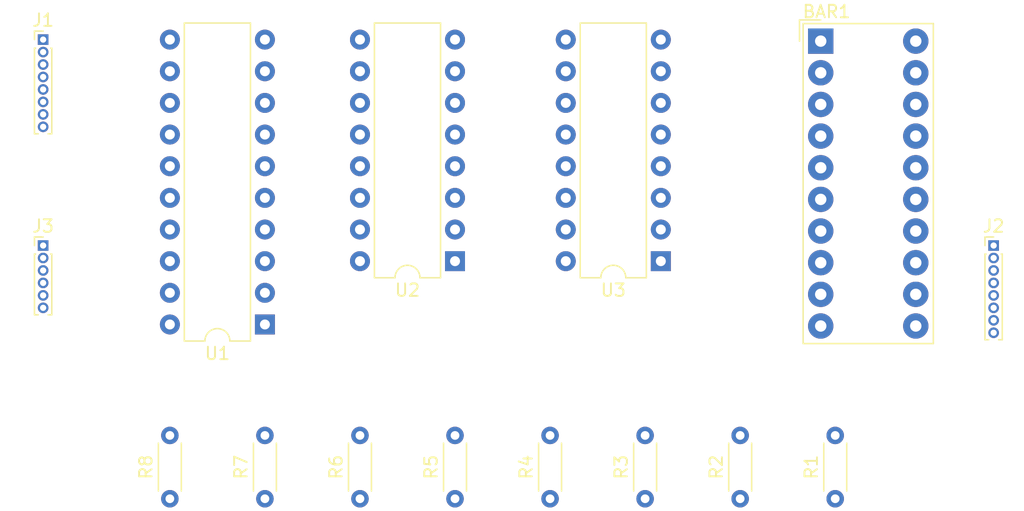
<source format=kicad_pcb>
(kicad_pcb (version 20211014) (generator pcbnew)
  (layers (0 "F.Cu" signal) (31 "B.Cu" signal) (34 "B.Paste" user) (35 "F.Paste" user) (36 "B.SilkS" user "B.Silkscreen") (37 "F.SilkS" user "F.Silkscreen") (38 "B.Mask" user) (39 "F.Mask" user) (44 "Edge.Cuts" user))
  (net 0 "")
  (net 1 "Net-(J1-Pad1)")
  (net 2 "Net-(J1-Pad2)")
  (net 3 "Net-(J1-Pad3)")
  (net 4 "Net-(J1-Pad4)")
  (net 5 "Net-(J1-Pad5)")
  (net 6 "Net-(J1-Pad6)")
  (net 7 "Net-(J1-Pad7)")
  (net 8 "Net-(J1-Pad8)")
  (net 9 "VCC")
  (net 10 "Net-(J3-Pad2)")
  (net 11 "Net-(J3-Pad3)")
  (net 12 "Net-(J3-Pad4)")
  (net 13 "Net-(J3-Pad5)")
  (net 14 "Earth")
  (net 15 "Net-(BAR1-Pad1)")
  (net 16 "Net-(BAR1-Pad2)")
  (net 17 "Net-(BAR1-Pad3)")
  (net 22 "Net-(BAR1-Pad13)")
  (net 23 "Net-(BAR1-Pad14)")
  (net 24 "Net-(BAR1-Pad15)")
  (net 25 "Net-(BAR1-Pad16)")
  (net 26 "Net-(BAR1-Pad17)")
  (net 27 "Net-(BAR1-Pad18)")
  (net 28 "Net-(BAR1-Pad19)")
  (net 29 "Net-(BAR1-Pad20)")
  (footprint "Package_DIP:DIP-16_W7.62mm" (layer "F.Cu") (at 162.54 87.625 180)
    (fp_text reference "U3" (at 3.81 -2.33 180) (layer "F.SilkS"))
    (fp_text value "74LS173")
    (fp_line (start 1.16 -1.33) (end 1.16 19.11) (layer "F.SilkS") (width 0.12))
    (fp_line (start 6.46 -1.33) (end 4.81 -1.33) (layer "F.SilkS") (width 0.12))
    (fp_line (start 6.46 19.11) (end 6.46 -1.33) (layer "F.SilkS") (width 0.12))
    (fp_line (start 1.16 19.11) (end 6.46 19.11) (layer "F.SilkS") (width 0.12))
    (fp_line (start 2.81 -1.33) (end 1.16 -1.33) (layer "F.SilkS") (width 0.12))
    (fp_arc (start 4.81 -1.33) (mid 3.81 -0.33) (end 2.81 -1.33) (layer "F.SilkS") (width 0.12))
    (pad "1" thru_hole rect (at 0 0 180) (size 1.6 1.6) (drill 0.8) (layers *.Cu *.Mask) (net 14 "Earth"))
    (pad "2" thru_hole oval (at 0 2.54 180) (size 1.6 1.6) (drill 0.8) (layers *.Cu *.Mask) (net 14 "Earth"))
    (pad "3" thru_hole oval (at 0 5.08 180) (size 1.6 1.6) (drill 0.8) (layers *.Cu *.Mask) (net 15 "Net-(BAR1-Pad1)"))
    (pad "4" thru_hole oval (at 0 7.62 180) (size 1.6 1.6) (drill 0.8) (layers *.Cu *.Mask) (net 17 "Net-(BAR1-Pad3)"))
    (pad "5" thru_hole oval (at 0 10.16 180) (size 1.6 1.6) (drill 0.8) (layers *.Cu *.Mask) (net 16 "Net-(BAR1-Pad2)"))
    (pad "6" thru_hole oval (at 0 12.7 180) (size 1.6 1.6) (drill 0.8) (layers *.Cu *.Mask) (net 15 "Net-(BAR1-Pad1)"))
    (pad "7" thru_hole oval (at 0 15.24 180) (size 1.6 1.6) (drill 0.8) (layers *.Cu *.Mask) (net 10 "Net-(J3-Pad2)"))
    (pad "8" thru_hole oval (at 0 17.78 180) (size 1.6 1.6) (drill 0.8) (layers *.Cu *.Mask) (net 14 "Earth"))
    (pad "9" thru_hole oval (at 7.62 17.78 180) (size 1.6 1.6) (drill 0.8) (layers *.Cu *.Mask) (net 11 "Net-(J3-Pad3)"))
    (pad "10" thru_hole oval (at 7.62 15.24 180) (size 1.6 1.6) (drill 0.8) (layers *.Cu *.Mask) (net 11 "Net-(J3-Pad3)"))
    (pad "11" thru_hole oval (at 7.62 12.7 180) (size 1.6 1.6) (drill 0.8) (layers *.Cu *.Mask) (net 1 "Net-(J1-Pad1)"))
    (pad "12" thru_hole oval (at 7.62 10.16 180) (size 1.6 1.6) (drill 0.8) (layers *.Cu *.Mask) (net 2 "Net-(J1-Pad2)"))
    (pad "13" thru_hole oval (at 7.62 7.62 180) (size 1.6 1.6) (drill 0.8) (layers *.Cu *.Mask) (net 3 "Net-(J1-Pad3)"))
    (pad "14" thru_hole oval (at 7.62 5.08 180) (size 1.6 1.6) (drill 0.8) (layers *.Cu *.Mask) (net 4 "Net-(J1-Pad4)"))
    (pad "15" thru_hole oval (at 7.62 2.54 180) (size 1.6 1.6) (drill 0.8) (layers *.Cu *.Mask) (net 12 "Net-(J3-Pad4)"))
    (pad "16" thru_hole oval (at 7.62 0 180) (size 1.6 1.6) (drill 0.8) (layers *.Cu *.Mask) (net 9 "VCC"))
  )
  (footprint "Connector_PinHeader_1.00mm:PinHeader_1x06_P1.00mm_Vertical" (layer "F.Cu") (at 113.02 86.37)
    (fp_text reference "J3" (at 0 -1.56) (layer "F.SilkS"))
    (fp_text value "Con")
    (fp_line (start -0.695 5.56) (end -0.394493 5.56) (layer "F.SilkS") (width 0.12))
    (fp_line (start 0.394493 5.56) (end 0.695 5.56) (layer "F.SilkS") (width 0.12))
    (fp_line (start -0.695 0.685) (end -0.695 5.56) (layer "F.SilkS") (width 0.12))
    (fp_line (start 0.695 0.685) (end 0.695 5.56) (layer "F.SilkS") (width 0.12))
    (fp_line (start -0.695 0) (end -0.695 -0.685) (layer "F.SilkS") (width 0.12))
    (fp_line (start -0.695 0.685) (end -0.608276 0.685) (layer "F.SilkS") (width 0.12))
    (fp_line (start -0.695 -0.685) (end 0 -0.685) (layer "F.SilkS") (width 0.12))
    (fp_line (start 0.608276 0.685) (end 0.695 0.685) (layer "F.SilkS") (width 0.12))
    (pad "1" thru_hole rect (at 0 0) (size 0.85 0.85) (drill 0.5) (layers *.Cu *.Mask) (net 9 "VCC"))
    (pad "2" thru_hole oval (at 0 1) (size 0.85 0.85) (drill 0.5) (layers *.Cu *.Mask) (net 10 "Net-(J3-Pad2)"))
    (pad "3" thru_hole oval (at 0 2) (size 0.85 0.85) (drill 0.5) (layers *.Cu *.Mask) (net 11 "Net-(J3-Pad3)"))
    (pad "4" thru_hole oval (at 0 3) (size 0.85 0.85) (drill 0.5) (layers *.Cu *.Mask) (net 12 "Net-(J3-Pad4)"))
    (pad "5" thru_hole oval (at 0 4) (size 0.85 0.85) (drill 0.5) (layers *.Cu *.Mask) (net 13 "Net-(J3-Pad5)"))
    (pad "6" thru_hole oval (at 0 5) (size 0.85 0.85) (drill 0.5) (layers *.Cu *.Mask) (net 14 "Earth"))
  )
  (footprint "Resistor_THT:R_Axial_DIN0204_L3.6mm_D1.6mm_P5.08mm_Horizontal" (layer "F.Cu") (at 123.18 106.69 90)
    (fp_text reference "R8" (at 2.54 -1.92 90) (layer "F.SilkS"))
    (fp_text value "220")
    (fp_line (start 0.62 -0.92) (end 4.46 -0.92) (layer "F.SilkS") (width 0.12))
    (fp_line (start 0.62 0.92) (end 4.46 0.92) (layer "F.SilkS") (width 0.12))
    (pad "1" thru_hole circle (at 0 0 90) (size 1.4 1.4) (drill 0.7) (layers *.Cu *.Mask) (net 14 "Earth"))
    (pad "2" thru_hole oval (at 5.08 0 90) (size 1.4 1.4) (drill 0.7) (layers *.Cu *.Mask) (net 29 "Net-(BAR1-Pad20)"))
  )
  (footprint "Resistor_THT:R_Axial_DIN0204_L3.6mm_D1.6mm_P5.08mm_Horizontal" (layer "F.Cu") (at 130.8 106.69 90)
    (fp_text reference "R7" (at 2.54 -1.92 90) (layer "F.SilkS"))
    (fp_text value "220")
    (fp_line (start 0.62 -0.92) (end 4.46 -0.92) (layer "F.SilkS") (width 0.12))
    (fp_line (start 0.62 0.92) (end 4.46 0.92) (layer "F.SilkS") (width 0.12))
    (pad "1" thru_hole circle (at 0 0 90) (size 1.4 1.4) (drill 0.7) (layers *.Cu *.Mask) (net 14 "Earth"))
    (pad "2" thru_hole oval (at 5.08 0 90) (size 1.4 1.4) (drill 0.7) (layers *.Cu *.Mask) (net 28 "Net-(BAR1-Pad19)"))
  )
  (footprint "Connector_PinHeader_1.00mm:PinHeader_1x08_P1.00mm_Vertical" (layer "F.Cu") (at 113.02 69.845)
    (fp_text reference "J1" (at 0 -1.56) (layer "F.SilkS"))
    (fp_text value "BUS_REG")
    (fp_line (start 0.608276 0.685) (end 0.695 0.685) (layer "F.SilkS") (width 0.12))
    (fp_line (start -0.695 0.685) (end -0.695 7.56) (layer "F.SilkS") (width 0.12))
    (fp_line (start 0.695 0.685) (end 0.695 7.56) (layer "F.SilkS") (width 0.12))
    (fp_line (start -0.695 0.685) (end -0.608276 0.685) (layer "F.SilkS") (width 0.12))
    (fp_line (start 0.394493 7.56) (end 0.695 7.56) (layer "F.SilkS") (width 0.12))
    (fp_line (start -0.695 0) (end -0.695 -0.685) (layer "F.SilkS") (width 0.12))
    (fp_line (start -0.695 -0.685) (end 0 -0.685) (layer "F.SilkS") (width 0.12))
    (fp_line (start -0.695 7.56) (end -0.394493 7.56) (layer "F.SilkS") (width 0.12))
    (pad "1" thru_hole rect (at 0 0) (size 0.85 0.85) (drill 0.5) (layers *.Cu *.Mask) (net 1 "Net-(J1-Pad1)"))
    (pad "2" thru_hole oval (at 0 1) (size 0.85 0.85) (drill 0.5) (layers *.Cu *.Mask) (net 2 "Net-(J1-Pad2)"))
    (pad "3" thru_hole oval (at 0 2) (size 0.85 0.85) (drill 0.5) (layers *.Cu *.Mask) (net 3 "Net-(J1-Pad3)"))
    (pad "4" thru_hole oval (at 0 3) (size 0.85 0.85) (drill 0.5) (layers *.Cu *.Mask) (net 4 "Net-(J1-Pad4)"))
    (pad "5" thru_hole oval (at 0 4) (size 0.85 0.85) (drill 0.5) (layers *.Cu *.Mask) (net 5 "Net-(J1-Pad5)"))
    (pad "6" thru_hole oval (at 0 5) (size 0.85 0.85) (drill 0.5) (layers *.Cu *.Mask) (net 6 "Net-(J1-Pad6)"))
    (pad "7" thru_hole oval (at 0 6) (size 0.85 0.85) (drill 0.5) (layers *.Cu *.Mask) (net 7 "Net-(J1-Pad7)"))
    (pad "8" thru_hole oval (at 0 7) (size 0.85 0.85) (drill 0.5) (layers *.Cu *.Mask) (net 8 "Net-(J1-Pad8)"))
  )
  (footprint "Package_DIP:DIP-16_W7.62mm" (layer "F.Cu") (at 146.04 87.625 180)
    (fp_text reference "U2" (at 3.81 -2.33 180) (layer "F.SilkS"))
    (fp_text value "74LS173")
    (fp_line (start 6.46 -1.33) (end 4.81 -1.33) (layer "F.SilkS") (width 0.12))
    (fp_line (start 6.46 19.11) (end 6.46 -1.33) (layer "F.SilkS") (width 0.12))
    (fp_line (start 1.16 19.11) (end 6.46 19.11) (layer "F.SilkS") (width 0.12))
    (fp_line (start 1.16 -1.33) (end 1.16 19.11) (layer "F.SilkS") (width 0.12))
    (fp_line (start 2.81 -1.33) (end 1.16 -1.33) (layer "F.SilkS") (width 0.12))
    (fp_arc (start 4.81 -1.33) (mid 3.81 -0.33) (end 2.81 -1.33) (layer "F.SilkS") (width 0.12))
    (pad "1" thru_hole rect (at 0 0 180) (size 1.6 1.6) (drill 0.8) (layers *.Cu *.Mask) (net 14 "Earth"))
    (pad "2" thru_hole oval (at 0 2.54 180) (size 1.6 1.6) (drill 0.8) (layers *.Cu *.Mask) (net 14 "Earth"))
    (pad "3" thru_hole oval (at 0 5.08 180) (size 1.6 1.6) (drill 0.8) (layers *.Cu *.Mask) (net 17 "Net-(BAR1-Pad3)"))
    (pad "4" thru_hole oval (at 0 7.62 180) (size 1.6 1.6) (drill 0.8) (layers *.Cu *.Mask) (net 16 "Net-(BAR1-Pad2)"))
    (pad "5" thru_hole oval (at 0 10.16 180) (size 1.6 1.6) (drill 0.8) (layers *.Cu *.Mask) (net 15 "Net-(BAR1-Pad1)"))
    (pad "6" thru_hole oval (at 0 12.7 180) (size 1.6 1.6) (drill 0.8) (layers *.Cu *.Mask) (net 17 "Net-(BAR1-Pad3)"))
    (pad "7" thru_hole oval (at 0 15.24 180) (size 1.6 1.6) (drill 0.8) (layers *.Cu *.Mask) (net 10 "Net-(J3-Pad2)"))
    (pad "8" thru_hole oval (at 0 17.78 180) (size 1.6 1.6) (drill 0.8) (layers *.Cu *.Mask) (net 14 "Earth"))
    (pad "9" thru_hole oval (at 7.62 17.78 180) (size 1.6 1.6) (drill 0.8) (layers *.Cu *.Mask) (net 11 "Net-(J3-Pad3)"))
    (pad "10" thru_hole oval (at 7.62 15.24 180) (size 1.6 1.6) (drill 0.8) (layers *.Cu *.Mask) (net 11 "Net-(J3-Pad3)"))
    (pad "11" thru_hole oval (at 7.62 12.7 180) (size 1.6 1.6) (drill 0.8) (layers *.Cu *.Mask) (net 5 "Net-(J1-Pad5)"))
    (pad "12" thru_hole oval (at 7.62 10.16 180) (size 1.6 1.6) (drill 0.8) (layers *.Cu *.Mask) (net 6 "Net-(J1-Pad6)"))
    (pad "13" thru_hole oval (at 7.62 7.62 180) (size 1.6 1.6) (drill 0.8) (layers *.Cu *.Mask) (net 7 "Net-(J1-Pad7)"))
    (pad "14" thru_hole oval (at 7.62 5.08 180) (size 1.6 1.6) (drill 0.8) (layers *.Cu *.Mask) (net 8 "Net-(J1-Pad8)"))
    (pad "15" thru_hole oval (at 7.62 2.54 180) (size 1.6 1.6) (drill 0.8) (layers *.Cu *.Mask) (net 12 "Net-(J3-Pad4)"))
    (pad "16" thru_hole oval (at 7.62 0 180) (size 1.6 1.6) (drill 0.8) (layers *.Cu *.Mask) (net 9 "VCC"))
  )
  (footprint "Resistor_THT:R_Axial_DIN0204_L3.6mm_D1.6mm_P5.08mm_Horizontal" (layer "F.Cu") (at 153.66 106.69 90)
    (fp_text reference "R4" (at 2.54 -1.92 90) (layer "F.SilkS"))
    (fp_text value "220")
    (fp_line (start 0.62 -0.92) (end 4.46 -0.92) (layer "F.SilkS") (width 0.12))
    (fp_line (start 0.62 0.92) (end 4.46 0.92) (layer "F.SilkS") (width 0.12))
    (pad "1" thru_hole circle (at 0 0 90) (size 1.4 1.4) (drill 0.7) (layers *.Cu *.Mask) (net 14 "Earth"))
    (pad "2" thru_hole oval (at 5.08 0 90) (size 1.4 1.4) (drill 0.7) (layers *.Cu *.Mask) (net 25 "Net-(BAR1-Pad16)"))
  )
  (footprint "Display:HDSP-4830" (layer "F.Cu") (at 175.3575 69.9675)
    (fp_text reference "BAR1" (at 0.47 -2.37) (layer "F.SilkS"))
    (fp_text value "HDSP-4830_2")
    (fp_line (start -1.41 -1.41) (end 9.03 -1.41) (layer "F.SilkS") (width 0.12))
    (fp_line (start -1.41 24.27) (end -1.41 -1.41) (layer "F.SilkS") (width 0.12))
    (fp_line (start 9.03 -1.41) (end 9.03 24.27) (layer "F.SilkS") (width 0.12))
    (fp_line (start -1.7 -1.7) (end -1.7 0) (layer "F.SilkS") (width 0.12))
    (fp_line (start 0 -1.7) (end -1.7 -1.7) (layer "F.SilkS") (width 0.12))
    (fp_line (start 9.03 24.27) (end -1.41 24.27) (layer "F.SilkS") (width 0.12))
    (pad "1" thru_hole rect (at 0 0 270) (size 2.032 2.032) (drill 0.9144) (layers *.Cu *.Mask) (net 15 "Net-(BAR1-Pad1)"))
    (pad "2" thru_hole circle (at 0 2.54 270) (size 2.032 2.032) (drill 0.9144) (layers *.Cu *.Mask) (net 16 "Net-(BAR1-Pad2)"))
    (pad "3" thru_hole circle (at 0 5.08 270) (size 2.032 2.032) (drill 0.9144) (layers *.Cu *.Mask) (net 17 "Net-(BAR1-Pad3)"))
    (pad "4" thru_hole circle (at 0 7.62 270) (size 2.032 2.032) (drill 0.9144) (layers *.Cu *.Mask) (net 15 "Net-(BAR1-Pad1)"))
    (pad "5" thru_hole circle (at 0 10.16 270) (size 2.032 2.032) (drill 0.9144) (layers *.Cu *.Mask) (net 17 "Net-(BAR1-Pad3)"))
    (pad "6" thru_hole circle (at 0 12.7 270) (size 2.032 2.032) (drill 0.9144) (layers *.Cu *.Mask) (net 15 "Net-(BAR1-Pad1)"))
    (pad "7" thru_hole circle (at 0 15.24 270) (size 2.032 2.032) (drill 0.9144) (layers *.Cu *.Mask) (net 16 "Net-(BAR1-Pad2)"))
    (pad "8" thru_hole circle (at 0 17.78 270) (size 2.032 2.032) (drill 0.9144) (layers *.Cu *.Mask) (net 17 "Net-(BAR1-Pad3)"))
    (pad "9" thru_hole circle (at 0 20.32 270) (size 2.032 2.032) (drill 0.9144) (layers *.Cu *.Mask))
    (pad "10" thru_hole circle (at 0 22.86 270) (size 2.032 2.032) (drill 0.9144) (layers *.Cu *.Mask))
    (pad "11" thru_hole circle (at 7.62 22.86 270) (size 2.032 2.032) (drill 0.9144) (layers *.Cu *.Mask))
    (pad "12" thru_hole circle (at 7.62 20.32 270) (size 2.032 2.032) (drill 0.9144) (layers *.Cu *.Mask))
    (pad "13" thru_hole circle (at 7.62 17.78 270) (size 2.032 2.032) (drill 0.9144) (layers *.Cu *.Mask) (net 22 "Net-(BAR1-Pad13)"))
    (pad "14" thru_hole circle (at 7.62 15.24 270) (size 2.032 2.032) (drill 0.9144) (layers *.Cu *.Mask) (net 23 "Net-(BAR1-Pad14)"))
    (pad "15" thru_hole circle (at 7.62 12.7 270) (size 2.032 2.032) (drill 0.9144) (layers *.Cu *.Mask) (net 24 "Net-(BAR1-Pad15)"))
    (pad "16" thru_hole circle (at 7.62 10.16 270) (size 2.032 2.032) (drill 0.9144) (layers *.Cu *.Mask) (net 25 "Net-(BAR1-Pad16)"))
    (pad "17" thru_hole circle (at 7.62 7.62 270) (size 2.032 2.032) (drill 0.9144) (layers *.Cu *.Mask) (net 26 "Net-(BAR1-Pad17)"))
    (pad "18" thru_hole circle (at 7.62 5.08 270) (size 2.032 2.032) (drill 0.9144) (layers *.Cu *.Mask) (net 27 "Net-(BAR1-Pad18)"))
    (pad "19" thru_hole circle (at 7.62 2.54 270) (size 2.032 2.032) (drill 0.9144) (layers *.Cu *.Mask) (net 28 "Net-(BAR1-Pad19)"))
    (pad "20" thru_hole circle (at 7.62 0 270) (size 2.032 2.032) (drill 0.9144) (layers *.Cu *.Mask) (net 29 "Net-(BAR1-Pad20)"))
  )
  (footprint "Resistor_THT:R_Axial_DIN0204_L3.6mm_D1.6mm_P5.08mm_Horizontal" (layer "F.Cu") (at 168.9 106.69 90)
    (fp_text reference "R2" (at 2.54 -1.92 90) (layer "F.SilkS"))
    (fp_text value "220")
    (fp_line (start 0.62 -0.92) (end 4.46 -0.92) (layer "F.SilkS") (width 0.12))
    (fp_line (start 0.62 0.92) (end 4.46 0.92) (layer "F.SilkS") (width 0.12))
    (pad "1" thru_hole circle (at 0 0 90) (size 1.4 1.4) (drill 0.7) (layers *.Cu *.Mask) (net 14 "Earth"))
    (pad "2" thru_hole oval (at 5.08 0 90) (size 1.4 1.4) (drill 0.7) (layers *.Cu *.Mask) (net 23 "Net-(BAR1-Pad14)"))
  )
  (footprint "Resistor_THT:R_Axial_DIN0204_L3.6mm_D1.6mm_P5.08mm_Horizontal" (layer "F.Cu") (at 161.28 106.69 90)
    (fp_text reference "R3" (at 2.54 -1.92 90) (layer "F.SilkS"))
    (fp_text value "220")
    (fp_line (start 0.62 0.92) (end 4.46 0.92) (layer "F.SilkS") (width 0.12))
    (fp_line (start 0.62 -0.92) (end 4.46 -0.92) (layer "F.SilkS") (width 0.12))
    (pad "1" thru_hole circle (at 0 0 90) (size 1.4 1.4) (drill 0.7) (layers *.Cu *.Mask) (net 14 "Earth"))
    (pad "2" thru_hole oval (at 5.08 0 90) (size 1.4 1.4) (drill 0.7) (layers *.Cu *.Mask) (net 24 "Net-(BAR1-Pad15)"))
  )
  (footprint "Resistor_THT:R_Axial_DIN0204_L3.6mm_D1.6mm_P5.08mm_Horizontal" (layer "F.Cu") (at 138.42 106.69 90)
    (fp_text reference "R6" (at 2.54 -1.92 90) (layer "F.SilkS"))
    (fp_text value "220")
    (fp_line (start 0.62 0.92) (end 4.46 0.92) (layer "F.SilkS") (width 0.12))
    (fp_line (start 0.62 -0.92) (end 4.46 -0.92) (layer "F.SilkS") (width 0.12))
    (pad "1" thru_hole circle (at 0 0 90) (size 1.4 1.4) (drill 0.7) (layers *.Cu *.Mask) (net 14 "Earth"))
    (pad "2" thru_hole oval (at 5.08 0 90) (size 1.4 1.4) (drill 0.7) (layers *.Cu *.Mask) (net 27 "Net-(BAR1-Pad18)"))
  )
  (footprint "Package_DIP:DIP-20_W7.62mm" (layer "F.Cu") (at 130.8 92.705 180)
    (fp_text reference "U1" (at 3.81 -2.33 180) (layer "F.SilkS"))
    (fp_text value "74LS245")
    (fp_line (start 2.81 -1.33) (end 1.16 -1.33) (layer "F.SilkS") (width 0.12))
    (fp_line (start 1.16 24.19) (end 6.46 24.19) (layer "F.SilkS") (width 0.12))
    (fp_line (start 6.46 24.19) (end 6.46 -1.33) (layer "F.SilkS") (width 0.12))
    (fp_line (start 6.46 -1.33) (end 4.81 -1.33) (layer "F.SilkS") (width 0.12))
    (fp_line (start 1.16 -1.33) (end 1.16 24.19) (layer "F.SilkS") (width 0.12))
    (fp_arc (start 4.81 -1.33) (mid 3.81 -0.33) (end 2.81 -1.33) (layer "F.SilkS") (width 0.12))
    (pad "1" thru_hole rect (at 0 0 180) (size 1.6 1.6) (drill 0.8) (layers *.Cu *.Mask) (net 9 "VCC"))
    (pad "2" thru_hole oval (at 0 2.54 180) (size 1.6 1.6) (drill 0.8) (layers *.Cu *.Mask) (net 17 "Net-(BAR1-Pad3)"))
    (pad "3" thru_hole oval (at 0 5.08 180) (size 1.6 1.6) (drill 0.8) (layers *.Cu *.Mask) (net 16 "Net-(BAR1-Pad2)"))
    (pad "4" thru_hole oval (at 0 7.62 180) (size 1.6 1.6) (drill 0.8) (layers *.Cu *.Mask) (net 15 "Net-(BAR1-Pad1)"))
    (pad "5" thru_hole oval (at 0 10.16 180) (size 1.6 1.6) (drill 0.8) (layers *.Cu *.Mask) (net 17 "Net-(BAR1-Pad3)"))
    (pad "6" thru_hole oval (at 0 12.7 180) (size 1.6 1.6) (drill 0.8) (layers *.Cu *.Mask) (net 15 "Net-(BAR1-Pad1)"))
    (pad "7" thru_hole oval (at 0 15.24 180) (size 1.6 1.6) (drill 0.8) (layers *.Cu *.Mask) (net 17 "Net-(BAR1-Pad3)"))
    (pad "8" thru_hole oval (at 0 17.78 180) (size 1.6 1.6) (drill 0.8) (layers *.Cu *.Mask) (net 16 "Net-(BAR1-Pad2)"))
    (pad "9" thru_hole oval (at 0 20.32 180) (size 1.6 1.6) (drill 0.8) (layers *.Cu *.Mask) (net 15 "Net-(BAR1-Pad1)"))
    (pad "10" thru_hole oval (at 0 22.86 180) (size 1.6 1.6) (drill 0.8) (layers *.Cu *.Mask) (net 14 "Earth"))
    (pad "11" thru_hole oval (at 7.62 22.86 180) (size 1.6 1.6) (drill 0.8) (layers *.Cu *.Mask) (net 1 "Net-(J1-Pad1)"))
    (pad "12" thru_hole oval (at 7.62 20.32 180) (size 1.6 1.6) (drill 0.8) (layers *.Cu *.Mask) (net 2 "Net-(J1-Pad2)"))
    (pad "13" thru_hole oval (at 7.62 17.78 180) (size 1.6 1.6) (drill 0.8) (layers *.Cu *.Mask) (net 3 "Net-(J1-Pad3)"))
    (pad "14" thru_hole oval (at 7.62 15.24 180) (size 1.6 1.6) (drill 0.8) (layers *.Cu *.Mask) (net 4 "Net-(J1-Pad4)"))
    (pad "15" thru_hole oval (at 7.62 12.7 180) (size 1.6 1.6) (drill 0.8) (layers *.Cu *.Mask) (net 5 "Net-(J1-Pad5)"))
    (pad "16" thru_hole oval (at 7.62 10.16 180) (size 1.6 1.6) (drill 0.8) (layers *.Cu *.Mask) (net 6 "Net-(J1-Pad6)"))
    (pad "17" thru_hole oval (at 7.62 7.62 180) (size 1.6 1.6) (drill 0.8) (layers *.Cu *.Mask) (net 7 "Net-(J1-Pad7)"))
    (pad "18" thru_hole oval (at 7.62 5.08 180) (size 1.6 1.6) (drill 0.8) (layers *.Cu *.Mask) (net 8 "Net-(J1-Pad8)"))
    (pad "19" thru_hole oval (at 7.62 2.54 180) (size 1.6 1.6) (drill 0.8) (layers *.Cu *.Mask) (net 13 "Net-(J3-Pad5)"))
    (pad "20" thru_hole oval (at 7.62 0 180) (size 1.6 1.6) (drill 0.8) (layers *.Cu *.Mask) (net 9 "VCC"))
  )
  (footprint "Resistor_THT:R_Axial_DIN0204_L3.6mm_D1.6mm_P5.08mm_Horizontal" (layer "F.Cu") (at 146.04 106.69 90)
    (fp_text reference "R5" (at 2.54 -1.92 90) (layer "F.SilkS"))
    (fp_text value "220")
    (fp_line (start 0.62 0.92) (end 4.46 0.92) (layer "F.SilkS") (width 0.12))
    (fp_line (start 0.62 -0.92) (end 4.46 -0.92) (layer "F.SilkS") (width 0.12))
    (pad "1" thru_hole circle (at 0 0 90) (size 1.4 1.4) (drill 0.7) (layers *.Cu *.Mask) (net 14 "Earth"))
    (pad "2" thru_hole oval (at 5.08 0 90) (size 1.4 1.4) (drill 0.7) (layers *.Cu *.Mask) (net 26 "Net-(BAR1-Pad17)"))
  )
  (footprint "Resistor_THT:R_Axial_DIN0204_L3.6mm_D1.6mm_P5.08mm_Horizontal" (layer "F.Cu") (at 176.52 106.69 90)
    (fp_text reference "R1" (at 2.54 -1.92 90) (layer "F.SilkS"))
    (fp_text value "220")
    (fp_line (start 0.62 0.92) (end 4.46 0.92) (layer "F.SilkS") (width 0.12))
    (fp_line (start 0.62 -0.92) (end 4.46 -0.92) (layer "F.SilkS") (width 0.12))
    (pad "1" thru_hole circle (at 0 0 90) (size 1.4 1.4) (drill 0.7) (layers *.Cu *.Mask) (net 14 "Earth"))
    (pad "2" thru_hole oval (at 5.08 0 90) (size 1.4 1.4) (drill 0.7) (layers *.Cu *.Mask) (net 22 "Net-(BAR1-Pad13)"))
  )
  (footprint "Connector_PinHeader_1.00mm:PinHeader_1x08_P1.00mm_Vertical" (layer "F.Cu") (at 189.22 86.37)
    (fp_text reference "J2" (at 0 -1.56) (layer "F.SilkS"))
    (fp_text value "REG_B")
    (fp_line (start 0.695 0.685) (end 0.695 7.56) (layer "F.SilkS") (width 0.12))
    (fp_line (start -0.695 0) (end -0.695 -0.685) (layer "F.SilkS") (width 0.12))
    (fp_line (start 0.394493 7.56) (end 0.695 7.56) (layer "F.SilkS") (width 0.12))
    (fp_line (start -0.695 0.685) (end -0.695 7.56) (layer "F.SilkS") (width 0.12))
    (fp_line (start 0.608276 0.685) (end 0.695 0.685) (layer "F.SilkS") (width 0.12))
    (fp_line (start -0.695 -0.685) (end 0 -0.685) (layer "F.SilkS") (width 0.12))
    (fp_line (start -0.695 0.685) (end -0.608276 0.685) (layer "F.SilkS") (width 0.12))
    (fp_line (start -0.695 7.56) (end -0.394493 7.56) (layer "F.SilkS") (width 0.12))
    (pad "1" thru_hole rect (at 0 0) (size 0.85 0.85) (drill 0.5) (layers *.Cu *.Mask) (net 15 "Net-(BAR1-Pad1)"))
    (pad "2" thru_hole oval (at 0 1) (size 0.85 0.85) (drill 0.5) (layers *.Cu *.Mask) (net 16 "Net-(BAR1-Pad2)"))
    (pad "3" thru_hole oval (at 0 2) (size 0.85 0.85) (drill 0.5) (layers *.Cu *.Mask) (net 17 "Net-(BAR1-Pad3)"))
    (pad "4" thru_hole oval (at 0 3) (size 0.85 0.85) (drill 0.5) (layers *.Cu *.Mask) (net 15 "Net-(BAR1-Pad1)"))
    (pad "5" thru_hole oval (at 0 4) (size 0.85 0.85) (drill 0.5) (layers *.Cu *.Mask) (net 17 "Net-(BAR1-Pad3)"))
    (pad "6" thru_hole oval (at 0 5) (size 0.85 0.85) (drill 0.5) (layers *.Cu *.Mask) (net 15 "Net-(BAR1-Pad1)"))
    (pad "7" thru_hole oval (at 0 6) (size 0.85 0.85) (drill 0.5) (layers *.Cu *.Mask) (net 16 "Net-(BAR1-Pad2)"))
    (pad "8" thru_hole oval (at 0 7) (size 0.85 0.85) (drill 0.5) (layers *.Cu *.Mask) (net 17 "Net-(BAR1-Pad3)"))
  )
)
</source>
